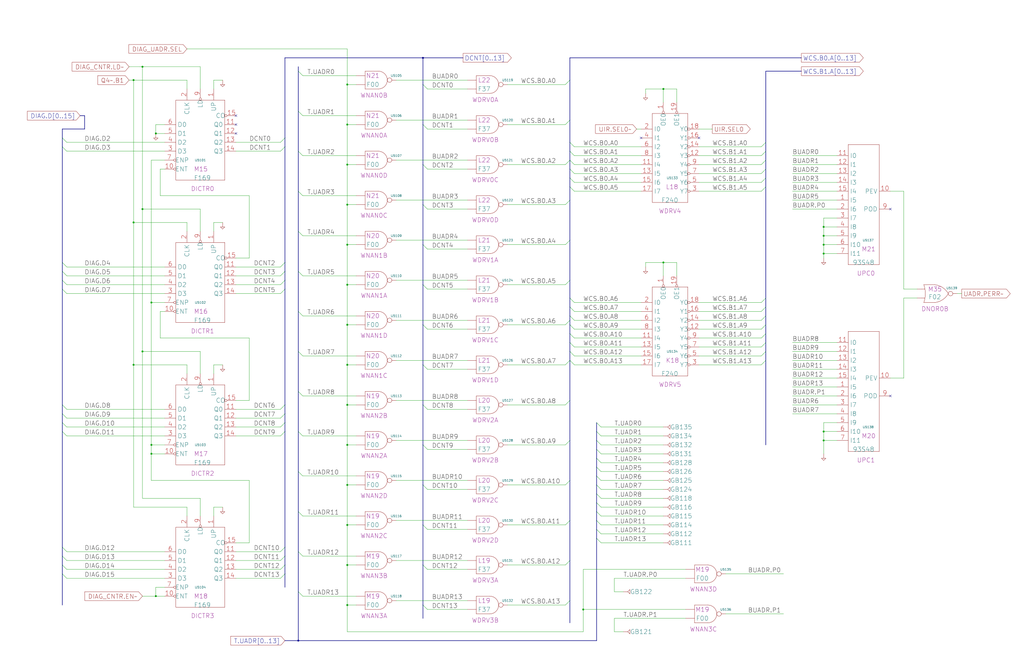
<source format=kicad_sch>
(kicad_sch (version 20230121) (generator eeschema)
  (paper "User" 584.2 378.46)
  (title_block (title "WRITABLE CONTROL STORE\\nWCS ADDRESS GENERATION") (date "15-MAR-90") (rev "1.0") (comment 1 "TYPE") (comment 2 "232-003062") (comment 3 "S400") (comment 4 "RELEASED"))
  (junction (at 469.9 144.78))
  (junction (at 469.9 129.54))
  (junction (at 198.12 322.58))
  (junction (at 198.12 116.84))
  (junction (at 198.12 345.44))
  (junction (at 170.18 365.76))
  (junction (at 469.9 246.38))
  (junction (at 198.12 93.98))
  (junction (at 469.9 251.46))
  (junction (at 88.9 76.2))
  (junction (at 241.3 33.02))
  (junction (at 198.12 208.28))
  (junction (at 198.12 254))
  (junction (at 198.12 139.7))
  (junction (at 198.12 299.72))
  (junction (at 378.46 50.8))
  (junction (at 76.2 127))
  (junction (at 198.12 276.86))
  (junction (at 378.46 149.86))
  (junction (at 86.36 172.72))
  (junction (at 81.28 38.1))
  (junction (at 81.28 119.38))
  (junction (at 198.12 185.42))
  (junction (at 88.9 340.36))
  (junction (at 76.2 208.28))
  (junction (at 198.12 71.12))
  (junction (at 81.28 200.66))
  (junction (at 86.36 254))
  (junction (at 198.12 162.56))
  (junction (at 86.36 259.08))
  (junction (at 332.74 347.98))
  (junction (at 76.2 45.72))
  (junction (at 198.12 48.26))
  (junction (at 469.9 139.7))
  (junction (at 198.12 231.14))
  (junction (at 469.9 134.62))
  (no_connect (at 134.62 66.04))
  (no_connect (at 134.62 76.2))
  (no_connect (at 508 119.38))
  (no_connect (at 398.78 78.74))
  (no_connect (at 508 226.06))
  (no_connect (at 134.62 71.12))
  (no_connect (at 365.76 78.74))
  (bus_entry (at 35.56 312.42) (size 2.54 2.54))
  (bus_entry (at 162.56 327.66) (size -2.54 2.54))
  (bus_entry (at 340.36 287.02) (size 2.54 2.54))
  (bus_entry (at 35.56 231.14) (size 2.54 2.54))
  (bus_entry (at 241.3 48.26) (size 2.54 2.54))
  (bus_entry (at 325.12 200.66) (size 2.54 2.54))
  (bus_entry (at 35.56 165.1) (size 2.54 2.54))
  (bus_entry (at 241.3 208.28) (size 2.54 2.54))
  (bus_entry (at 241.3 322.58) (size 2.54 2.54))
  (bus_entry (at 241.3 185.42) (size 2.54 2.54))
  (bus_entry (at 241.3 299.72) (size 2.54 2.54))
  (bus_entry (at 340.36 292.1) (size 2.54 2.54))
  (bus_entry (at 170.18 337.82) (size 2.54 2.54))
  (bus_entry (at 325.12 91.44) (size 2.54 2.54))
  (bus_entry (at 436.88 86.36) (size -2.54 2.54))
  (bus_entry (at 170.18 177.8) (size 2.54 2.54))
  (bus_entry (at 35.56 246.38) (size 2.54 2.54))
  (bus_entry (at 35.56 154.94) (size 2.54 2.54))
  (bus_entry (at 241.3 276.86) (size 2.54 2.54))
  (bus_entry (at 340.36 266.7) (size 2.54 2.54))
  (bus_entry (at 241.3 93.98) (size 2.54 2.54))
  (bus_entry (at 325.12 228.6) (size -2.54 2.54))
  (bus_entry (at 162.56 236.22) (size -2.54 2.54))
  (bus_entry (at 35.56 160.02) (size 2.54 2.54))
  (bus_entry (at 436.88 96.52) (size -2.54 2.54))
  (bus_entry (at 162.56 78.74) (size -2.54 2.54))
  (bus_entry (at 241.3 345.44) (size 2.54 2.54))
  (bus_entry (at 170.18 132.08) (size 2.54 2.54))
  (bus_entry (at 436.88 185.42) (size -2.54 2.54))
  (bus_entry (at 325.12 251.46) (size -2.54 2.54))
  (bus_entry (at 162.56 231.14) (size -2.54 2.54))
  (bus_entry (at 162.56 241.3) (size -2.54 2.54))
  (bus_entry (at 325.12 114.3) (size -2.54 2.54))
  (bus_entry (at 436.88 195.58) (size -2.54 2.54))
  (bus_entry (at 436.88 91.44) (size -2.54 2.54))
  (bus_entry (at 162.56 312.42) (size -2.54 2.54))
  (bus_entry (at 325.12 320.04) (size -2.54 2.54))
  (bus_entry (at 170.18 269.24) (size 2.54 2.54))
  (bus_entry (at 436.88 180.34) (size -2.54 2.54))
  (bus_entry (at 325.12 205.74) (size -2.54 2.54))
  (bus_entry (at 436.88 81.28) (size -2.54 2.54))
  (bus_entry (at 340.36 251.46) (size 2.54 2.54))
  (bus_entry (at 325.12 101.6) (size 2.54 2.54))
  (bus_entry (at 170.18 154.94) (size 2.54 2.54))
  (bus_entry (at 436.88 205.74) (size -2.54 2.54))
  (bus_entry (at 162.56 160.02) (size -2.54 2.54))
  (bus_entry (at 436.88 190.5) (size -2.54 2.54))
  (bus_entry (at 325.12 205.74) (size 2.54 2.54))
  (bus_entry (at 325.12 180.34) (size 2.54 2.54))
  (bus_entry (at 436.88 106.68) (size -2.54 2.54))
  (bus_entry (at 35.56 236.22) (size 2.54 2.54))
  (bus_entry (at 325.12 175.26) (size 2.54 2.54))
  (bus_entry (at 35.56 317.5) (size 2.54 2.54))
  (bus_entry (at 162.56 149.86) (size -2.54 2.54))
  (bus_entry (at 170.18 63.5) (size 2.54 2.54))
  (bus_entry (at 340.36 297.18) (size 2.54 2.54))
  (bus_entry (at 35.56 149.86) (size 2.54 2.54))
  (bus_entry (at 162.56 165.1) (size -2.54 2.54))
  (bus_entry (at 325.12 81.28) (size 2.54 2.54))
  (bus_entry (at 241.3 139.7) (size 2.54 2.54))
  (bus_entry (at 35.56 83.82) (size 2.54 2.54))
  (bus_entry (at 340.36 256.54) (size 2.54 2.54))
  (bus_entry (at 436.88 101.6) (size -2.54 2.54))
  (bus_entry (at 340.36 271.78) (size 2.54 2.54))
  (bus_entry (at 170.18 86.36) (size 2.54 2.54))
  (bus_entry (at 241.3 71.12) (size 2.54 2.54))
  (bus_entry (at 325.12 185.42) (size 2.54 2.54))
  (bus_entry (at 325.12 160.02) (size -2.54 2.54))
  (bus_entry (at 162.56 317.5) (size -2.54 2.54))
  (bus_entry (at 241.3 231.14) (size 2.54 2.54))
  (bus_entry (at 325.12 342.9) (size -2.54 2.54))
  (bus_entry (at 170.18 109.22) (size 2.54 2.54))
  (bus_entry (at 325.12 96.52) (size 2.54 2.54))
  (bus_entry (at 340.36 307.34) (size 2.54 2.54))
  (bus_entry (at 325.12 297.18) (size -2.54 2.54))
  (bus_entry (at 35.56 327.66) (size 2.54 2.54))
  (bus_entry (at 241.3 254) (size 2.54 2.54))
  (bus_entry (at 325.12 137.16) (size -2.54 2.54))
  (bus_entry (at 35.56 241.3) (size 2.54 2.54))
  (bus_entry (at 325.12 106.68) (size 2.54 2.54))
  (bus_entry (at 325.12 190.5) (size 2.54 2.54))
  (bus_entry (at 436.88 200.66) (size -2.54 2.54))
  (bus_entry (at 340.36 302.26) (size 2.54 2.54))
  (bus_entry (at 162.56 246.38) (size -2.54 2.54))
  (bus_entry (at 325.12 182.88) (size -2.54 2.54))
  (bus_entry (at 340.36 261.62) (size 2.54 2.54))
  (bus_entry (at 162.56 322.58) (size -2.54 2.54))
  (bus_entry (at 325.12 45.72) (size -2.54 2.54))
  (bus_entry (at 241.3 116.84) (size 2.54 2.54))
  (bus_entry (at 162.56 154.94) (size -2.54 2.54))
  (bus_entry (at 170.18 223.52) (size 2.54 2.54))
  (bus_entry (at 340.36 281.94) (size 2.54 2.54))
  (bus_entry (at 325.12 274.32) (size -2.54 2.54))
  (bus_entry (at 436.88 175.26) (size -2.54 2.54))
  (bus_entry (at 170.18 200.66) (size 2.54 2.54))
  (bus_entry (at 35.56 322.58) (size 2.54 2.54))
  (bus_entry (at 325.12 86.36) (size 2.54 2.54))
  (bus_entry (at 162.56 83.82) (size -2.54 2.54))
  (bus_entry (at 325.12 195.58) (size 2.54 2.54))
  (bus_entry (at 340.36 246.38) (size 2.54 2.54))
  (bus_entry (at 325.12 68.58) (size -2.54 2.54))
  (bus_entry (at 170.18 40.64) (size 2.54 2.54))
  (bus_entry (at 340.36 276.86) (size 2.54 2.54))
  (bus_entry (at 325.12 91.44) (size -2.54 2.54))
  (bus_entry (at 436.88 170.18) (size -2.54 2.54))
  (bus_entry (at 170.18 314.96) (size 2.54 2.54))
  (bus_entry (at 170.18 246.38) (size 2.54 2.54))
  (bus_entry (at 241.3 162.56) (size 2.54 2.54))
  (bus_entry (at 35.56 78.74) (size 2.54 2.54))
  (bus_entry (at 325.12 170.18) (size 2.54 2.54))
  (bus_entry (at 170.18 292.1) (size 2.54 2.54))
  (bus_entry (at 340.36 241.3) (size 2.54 2.54))
  (wire (pts (xy 350.52 360.68) (xy 355.6 360.68)))
  (bus (pts (xy 325.12 205.74) (xy 325.12 228.6)))
  (wire (pts (xy 289.56 231.14) (xy 322.58 231.14)))
  (wire (pts (xy 378.46 50.8) (xy 378.46 58.42)))
  (wire (pts (xy 226.06 342.9) (xy 266.7 342.9)))
  (wire (pts (xy 91.44 193.04) (xy 91.44 177.8)))
  (wire (pts (xy 38.1 157.48) (xy 93.98 157.48)))
  (bus (pts (xy 162.56 312.42) (xy 162.56 317.5)))
  (bus (pts (xy 162.56 160.02) (xy 162.56 165.1)))
  (bus (pts (xy 170.18 154.94) (xy 170.18 177.8)))
  (wire (pts (xy 452.12 236.22) (xy 477.52 236.22)))
  (wire (pts (xy 114.3 294.64) (xy 114.3 284.48)))
  (wire (pts (xy 134.62 320.04) (xy 160.02 320.04)))
  (wire (pts (xy 515.62 109.22) (xy 515.62 165.1)))
  (wire (pts (xy 398.78 187.96) (xy 434.34 187.96)))
  (wire (pts (xy 386.08 50.8) (xy 378.46 50.8)))
  (bus (pts (xy 325.12 96.52) (xy 325.12 101.6)))
  (wire (pts (xy 327.66 109.22) (xy 365.76 109.22)))
  (wire (pts (xy 226.06 182.88) (xy 266.7 182.88)))
  (bus (pts (xy 170.18 246.38) (xy 170.18 269.24)))
  (wire (pts (xy 38.1 320.04) (xy 93.98 320.04)))
  (bus (pts (xy 241.3 345.44) (xy 241.3 353.06)))
  (bus (pts (xy 241.3 185.42) (xy 241.3 208.28)))
  (wire (pts (xy 134.62 325.12) (xy 160.02 325.12)))
  (bus (pts (xy 35.56 154.94) (xy 35.56 160.02)))
  (bus (pts (xy 436.88 180.34) (xy 436.88 185.42)))
  (bus (pts (xy 241.3 231.14) (xy 241.3 254)))
  (bus (pts (xy 436.88 185.42) (xy 436.88 190.5)))
  (wire (pts (xy 398.78 104.14) (xy 434.34 104.14)))
  (wire (pts (xy 73.66 38.1) (xy 81.28 38.1)))
  (wire (pts (xy 134.62 157.48) (xy 160.02 157.48)))
  (wire (pts (xy 452.12 215.9) (xy 477.52 215.9)))
  (wire (pts (xy 38.1 238.76) (xy 93.98 238.76)))
  (wire (pts (xy 121.92 127) (xy 127 127)))
  (wire (pts (xy 114.3 132.08) (xy 114.3 119.38)))
  (wire (pts (xy 342.9 299.72) (xy 378.46 299.72)))
  (wire (pts (xy 76.2 127) (xy 106.68 127)))
  (bus (pts (xy 436.88 175.26) (xy 436.88 180.34)))
  (wire (pts (xy 134.62 243.84) (xy 160.02 243.84)))
  (wire (pts (xy 198.12 116.84) (xy 198.12 139.7)))
  (wire (pts (xy 106.68 27.94) (xy 198.12 27.94)))
  (wire (pts (xy 38.1 162.56) (xy 93.98 162.56)))
  (wire (pts (xy 386.08 58.42) (xy 386.08 50.8)))
  (bus (pts (xy 162.56 33.02) (xy 241.3 33.02)))
  (bus (pts (xy 35.56 165.1) (xy 35.56 231.14)))
  (wire (pts (xy 226.06 91.44) (xy 266.7 91.44)))
  (wire (pts (xy 378.46 149.86) (xy 378.46 157.48)))
  (wire (pts (xy 198.12 139.7) (xy 198.12 162.56)))
  (bus (pts (xy 340.36 297.18) (xy 340.36 302.26)))
  (wire (pts (xy 342.9 269.24) (xy 378.46 269.24)))
  (bus (pts (xy 325.12 228.6) (xy 325.12 251.46)))
  (bus (pts (xy 340.36 241.3) (xy 340.36 246.38)))
  (wire (pts (xy 243.84 165.1) (xy 266.7 165.1)))
  (wire (pts (xy 386.08 149.86) (xy 378.46 149.86)))
  (wire (pts (xy 134.62 248.92) (xy 160.02 248.92)))
  (wire (pts (xy 469.9 144.78) (xy 477.52 144.78)))
  (bus (pts (xy 325.12 190.5) (xy 325.12 195.58)))
  (bus (pts (xy 340.36 276.86) (xy 340.36 281.94)))
  (wire (pts (xy 342.9 279.4) (xy 378.46 279.4)))
  (wire (pts (xy 398.78 172.72) (xy 434.34 172.72)))
  (wire (pts (xy 546.1 167.64) (xy 548.64 167.64)))
  (wire (pts (xy 198.12 322.58) (xy 198.12 345.44)))
  (bus (pts (xy 35.56 73.66) (xy 35.56 78.74)))
  (wire (pts (xy 398.78 93.98) (xy 434.34 93.98)))
  (bus (pts (xy 162.56 149.86) (xy 162.56 154.94)))
  (wire (pts (xy 332.74 325.12) (xy 391.16 325.12)))
  (bus (pts (xy 170.18 223.52) (xy 170.18 246.38)))
  (wire (pts (xy 81.28 340.36) (xy 88.9 340.36)))
  (wire (pts (xy 477.52 241.3) (xy 469.9 241.3)))
  (wire (pts (xy 226.06 228.6) (xy 266.7 228.6)))
  (wire (pts (xy 91.44 177.8) (xy 93.98 177.8)))
  (wire (pts (xy 86.36 91.44) (xy 86.36 172.72)))
  (wire (pts (xy 76.2 45.72) (xy 106.68 45.72)))
  (wire (pts (xy 198.12 185.42) (xy 203.2 185.42)))
  (wire (pts (xy 198.12 48.26) (xy 203.2 48.26)))
  (wire (pts (xy 38.1 86.36) (xy 93.98 86.36)))
  (wire (pts (xy 327.66 83.82) (xy 365.76 83.82)))
  (wire (pts (xy 81.28 284.48) (xy 114.3 284.48)))
  (wire (pts (xy 142.24 274.32) (xy 86.36 274.32)))
  (bus (pts (xy 325.12 68.58) (xy 325.12 81.28)))
  (wire (pts (xy 243.84 50.8) (xy 266.7 50.8)))
  (wire (pts (xy 38.1 325.12) (xy 93.98 325.12)))
  (bus (pts (xy 340.36 287.02) (xy 340.36 292.1)))
  (wire (pts (xy 469.9 129.54) (xy 469.9 134.62)))
  (bus (pts (xy 170.18 109.22) (xy 170.18 132.08)))
  (bus (pts (xy 241.3 162.56) (xy 241.3 185.42)))
  (wire (pts (xy 342.9 309.88) (xy 378.46 309.88)))
  (wire (pts (xy 243.84 279.4) (xy 266.7 279.4)))
  (wire (pts (xy 198.12 185.42) (xy 198.12 208.28)))
  (wire (pts (xy 398.78 193.04) (xy 434.34 193.04)))
  (wire (pts (xy 226.06 160.02) (xy 266.7 160.02)))
  (bus (pts (xy 340.36 266.7) (xy 340.36 271.78)))
  (wire (pts (xy 342.9 259.08) (xy 378.46 259.08)))
  (bus (pts (xy 162.56 236.22) (xy 162.56 241.3)))
  (wire (pts (xy 81.28 119.38) (xy 81.28 200.66)))
  (bus (pts (xy 35.56 231.14) (xy 35.56 236.22)))
  (wire (pts (xy 81.28 38.1) (xy 81.28 119.38)))
  (wire (pts (xy 469.9 129.54) (xy 477.52 129.54)))
  (wire (pts (xy 391.16 330.2) (xy 350.52 330.2)))
  (wire (pts (xy 327.66 187.96) (xy 365.76 187.96)))
  (wire (pts (xy 378.46 50.8) (xy 368.3 50.8)))
  (wire (pts (xy 38.1 152.4) (xy 93.98 152.4)))
  (bus (pts (xy 35.56 149.86) (xy 35.56 154.94)))
  (wire (pts (xy 452.12 93.98) (xy 477.52 93.98)))
  (bus (pts (xy 162.56 327.66) (xy 162.56 335.28)))
  (wire (pts (xy 198.12 254) (xy 198.12 276.86)))
  (wire (pts (xy 226.06 251.46) (xy 266.7 251.46)))
  (bus (pts (xy 340.36 256.54) (xy 340.36 261.62)))
  (wire (pts (xy 452.12 220.98) (xy 477.52 220.98)))
  (wire (pts (xy 226.06 68.58) (xy 266.7 68.58)))
  (wire (pts (xy 342.9 284.48) (xy 378.46 284.48)))
  (wire (pts (xy 86.36 91.44) (xy 93.98 91.44)))
  (wire (pts (xy 121.92 289.56) (xy 127 289.56)))
  (wire (pts (xy 106.68 50.8) (xy 106.68 45.72)))
  (wire (pts (xy 398.78 73.66) (xy 406.4 73.66)))
  (bus (pts (xy 35.56 246.38) (xy 35.56 312.42)))
  (wire (pts (xy 226.06 297.18) (xy 266.7 297.18)))
  (wire (pts (xy 469.9 139.7) (xy 477.52 139.7)))
  (bus (pts (xy 170.18 337.82) (xy 170.18 365.76)))
  (wire (pts (xy 398.78 109.22) (xy 434.34 109.22)))
  (wire (pts (xy 38.1 314.96) (xy 93.98 314.96)))
  (bus (pts (xy 436.88 200.66) (xy 436.88 205.74)))
  (wire (pts (xy 172.72 294.64) (xy 203.2 294.64)))
  (wire (pts (xy 134.62 314.96) (xy 160.02 314.96)))
  (bus (pts (xy 436.88 195.58) (xy 436.88 200.66)))
  (wire (pts (xy 81.28 200.66) (xy 114.3 200.66)))
  (wire (pts (xy 198.12 276.86) (xy 198.12 299.72)))
  (wire (pts (xy 198.12 254) (xy 203.2 254)))
  (wire (pts (xy 469.9 139.7) (xy 469.9 144.78)))
  (wire (pts (xy 342.9 274.32) (xy 378.46 274.32)))
  (wire (pts (xy 289.56 322.58) (xy 322.58 322.58)))
  (bus (pts (xy 325.12 45.72) (xy 325.12 68.58)))
  (wire (pts (xy 226.06 114.3) (xy 266.7 114.3)))
  (wire (pts (xy 414.02 327.66) (xy 447.04 327.66)))
  (wire (pts (xy 172.72 134.62) (xy 203.2 134.62)))
  (wire (pts (xy 469.9 246.38) (xy 477.52 246.38)))
  (wire (pts (xy 391.16 353.06) (xy 350.52 353.06)))
  (wire (pts (xy 198.12 116.84) (xy 203.2 116.84)))
  (bus (pts (xy 340.36 307.34) (xy 340.36 365.76)))
  (wire (pts (xy 289.56 185.42) (xy 322.58 185.42)))
  (bus (pts (xy 170.18 177.8) (xy 170.18 200.66)))
  (wire (pts (xy 172.72 180.34) (xy 203.2 180.34)))
  (wire (pts (xy 76.2 208.28) (xy 76.2 289.56)))
  (wire (pts (xy 172.72 88.9) (xy 203.2 88.9)))
  (bus (pts (xy 162.56 83.82) (xy 162.56 149.86)))
  (wire (pts (xy 332.74 347.98) (xy 332.74 360.68)))
  (wire (pts (xy 226.06 205.74) (xy 266.7 205.74)))
  (wire (pts (xy 198.12 48.26) (xy 198.12 71.12)))
  (wire (pts (xy 226.06 274.32) (xy 266.7 274.32)))
  (wire (pts (xy 142.24 228.6) (xy 142.24 193.04)))
  (wire (pts (xy 134.62 309.88) (xy 142.24 309.88)))
  (wire (pts (xy 198.12 139.7) (xy 203.2 139.7)))
  (wire (pts (xy 81.28 119.38) (xy 114.3 119.38)))
  (wire (pts (xy 452.12 200.66) (xy 477.52 200.66)))
  (wire (pts (xy 342.9 304.8) (xy 378.46 304.8)))
  (bus (pts (xy 35.56 317.5) (xy 35.56 322.58)))
  (wire (pts (xy 86.36 274.32) (xy 86.36 259.08)))
  (wire (pts (xy 38.1 167.64) (xy 93.98 167.64)))
  (wire (pts (xy 508 109.22) (xy 515.62 109.22)))
  (bus (pts (xy 325.12 251.46) (xy 325.12 274.32)))
  (wire (pts (xy 88.9 335.28) (xy 93.98 335.28)))
  (bus (pts (xy 35.56 160.02) (xy 35.56 165.1)))
  (wire (pts (xy 172.72 66.04) (xy 203.2 66.04)))
  (wire (pts (xy 508 215.9) (xy 515.62 215.9)))
  (wire (pts (xy 342.9 264.16) (xy 378.46 264.16)))
  (wire (pts (xy 198.12 360.68) (xy 332.74 360.68)))
  (wire (pts (xy 172.72 317.5) (xy 203.2 317.5)))
  (bus (pts (xy 436.88 205.74) (xy 436.88 254)))
  (bus (pts (xy 241.3 93.98) (xy 241.3 116.84)))
  (wire (pts (xy 134.62 167.64) (xy 160.02 167.64)))
  (wire (pts (xy 327.66 99.06) (xy 365.76 99.06)))
  (wire (pts (xy 398.78 88.9) (xy 434.34 88.9)))
  (bus (pts (xy 436.88 81.28) (xy 436.88 86.36)))
  (wire (pts (xy 327.66 93.98) (xy 365.76 93.98)))
  (wire (pts (xy 398.78 203.2) (xy 434.34 203.2)))
  (wire (pts (xy 363.22 73.66) (xy 365.76 73.66)))
  (wire (pts (xy 469.9 251.46) (xy 469.9 259.08)))
  (wire (pts (xy 106.68 213.36) (xy 106.68 208.28)))
  (wire (pts (xy 134.62 330.2) (xy 160.02 330.2)))
  (wire (pts (xy 452.12 114.3) (xy 477.52 114.3)))
  (wire (pts (xy 398.78 182.88) (xy 434.34 182.88)))
  (wire (pts (xy 142.24 147.32) (xy 142.24 111.76)))
  (bus (pts (xy 325.12 91.44) (xy 325.12 96.52)))
  (bus (pts (xy 35.56 236.22) (xy 35.56 241.3)))
  (wire (pts (xy 327.66 88.9) (xy 365.76 88.9)))
  (wire (pts (xy 289.56 345.44) (xy 322.58 345.44)))
  (wire (pts (xy 398.78 198.12) (xy 434.34 198.12)))
  (bus (pts (xy 162.56 154.94) (xy 162.56 160.02)))
  (bus (pts (xy 325.12 274.32) (xy 325.12 297.18)))
  (wire (pts (xy 243.84 302.26) (xy 266.7 302.26)))
  (wire (pts (xy 198.12 71.12) (xy 198.12 93.98)))
  (wire (pts (xy 91.44 111.76) (xy 91.44 96.52)))
  (bus (pts (xy 325.12 175.26) (xy 325.12 180.34)))
  (wire (pts (xy 243.84 233.68) (xy 266.7 233.68)))
  (wire (pts (xy 327.66 177.8) (xy 365.76 177.8)))
  (wire (pts (xy 243.84 325.12) (xy 266.7 325.12)))
  (wire (pts (xy 289.56 48.26) (xy 322.58 48.26)))
  (bus (pts (xy 325.12 195.58) (xy 325.12 200.66)))
  (wire (pts (xy 327.66 182.88) (xy 365.76 182.88)))
  (wire (pts (xy 469.9 124.46) (xy 469.9 129.54)))
  (wire (pts (xy 86.36 172.72) (xy 93.98 172.72)))
  (wire (pts (xy 198.12 299.72) (xy 198.12 322.58)))
  (wire (pts (xy 368.3 149.86) (xy 368.3 152.4)))
  (wire (pts (xy 327.66 203.2) (xy 365.76 203.2)))
  (bus (pts (xy 241.3 33.02) (xy 241.3 48.26)))
  (wire (pts (xy 88.9 76.2) (xy 93.98 76.2)))
  (bus (pts (xy 436.88 40.64) (xy 436.88 81.28)))
  (bus (pts (xy 241.3 276.86) (xy 241.3 299.72)))
  (wire (pts (xy 38.1 330.2) (xy 93.98 330.2)))
  (bus (pts (xy 340.36 292.1) (xy 340.36 297.18)))
  (bus (pts (xy 170.18 38.1) (xy 170.18 40.64)))
  (wire (pts (xy 342.9 289.56) (xy 378.46 289.56)))
  (bus (pts (xy 436.88 101.6) (xy 436.88 106.68)))
  (wire (pts (xy 86.36 254) (xy 86.36 259.08)))
  (bus (pts (xy 162.56 365.76) (xy 170.18 365.76)))
  (wire (pts (xy 198.12 208.28) (xy 198.12 231.14)))
  (bus (pts (xy 436.88 40.64) (xy 457.2 40.64)))
  (bus (pts (xy 45.72 66.04) (xy 48.26 66.04)))
  (wire (pts (xy 198.12 71.12) (xy 203.2 71.12)))
  (wire (pts (xy 289.56 162.56) (xy 322.58 162.56)))
  (bus (pts (xy 340.36 302.26) (xy 340.36 307.34)))
  (wire (pts (xy 38.1 233.68) (xy 93.98 233.68)))
  (wire (pts (xy 226.06 45.72) (xy 266.7 45.72)))
  (bus (pts (xy 35.56 327.66) (xy 35.56 345.44)))
  (bus (pts (xy 241.3 322.58) (xy 241.3 345.44)))
  (wire (pts (xy 76.2 208.28) (xy 106.68 208.28)))
  (bus (pts (xy 325.12 160.02) (xy 325.12 170.18)))
  (wire (pts (xy 452.12 210.82) (xy 477.52 210.82)))
  (wire (pts (xy 243.84 187.96) (xy 266.7 187.96)))
  (wire (pts (xy 134.62 81.28) (xy 160.02 81.28)))
  (wire (pts (xy 106.68 132.08) (xy 106.68 127)))
  (wire (pts (xy 38.1 243.84) (xy 93.98 243.84)))
  (bus (pts (xy 325.12 180.34) (xy 325.12 182.88)))
  (wire (pts (xy 172.72 111.76) (xy 203.2 111.76)))
  (bus (pts (xy 170.18 292.1) (xy 170.18 314.96)))
  (bus (pts (xy 48.26 73.66) (xy 35.56 73.66)))
  (wire (pts (xy 91.44 96.52) (xy 93.98 96.52)))
  (bus (pts (xy 325.12 33.02) (xy 457.2 33.02)))
  (wire (pts (xy 134.62 162.56) (xy 160.02 162.56)))
  (wire (pts (xy 327.66 198.12) (xy 365.76 198.12)))
  (wire (pts (xy 414.02 350.52) (xy 447.04 350.52)))
  (bus (pts (xy 241.3 116.84) (xy 241.3 139.7)))
  (bus (pts (xy 162.56 322.58) (xy 162.56 327.66)))
  (wire (pts (xy 378.46 149.86) (xy 368.3 149.86)))
  (bus (pts (xy 436.88 96.52) (xy 436.88 101.6)))
  (wire (pts (xy 327.66 208.28) (xy 365.76 208.28)))
  (wire (pts (xy 198.12 93.98) (xy 198.12 116.84)))
  (wire (pts (xy 198.12 27.94) (xy 198.12 48.26)))
  (wire (pts (xy 398.78 177.8) (xy 434.34 177.8)))
  (bus (pts (xy 325.12 342.9) (xy 325.12 355.6)))
  (wire (pts (xy 88.9 76.2) (xy 88.9 71.12)))
  (wire (pts (xy 515.62 165.1) (xy 523.24 165.1)))
  (bus (pts (xy 162.56 317.5) (xy 162.56 322.58)))
  (wire (pts (xy 198.12 162.56) (xy 203.2 162.56)))
  (wire (pts (xy 121.92 213.36) (xy 121.92 208.28)))
  (bus (pts (xy 35.56 83.82) (xy 35.56 149.86)))
  (bus (pts (xy 170.18 40.64) (xy 170.18 63.5)))
  (wire (pts (xy 121.92 132.08) (xy 121.92 127)))
  (wire (pts (xy 469.9 144.78) (xy 469.9 147.32)))
  (wire (pts (xy 289.56 208.28) (xy 322.58 208.28)))
  (wire (pts (xy 38.1 81.28) (xy 93.98 81.28)))
  (wire (pts (xy 114.3 50.8) (xy 114.3 38.1)))
  (wire (pts (xy 243.84 210.82) (xy 266.7 210.82)))
  (bus (pts (xy 325.12 137.16) (xy 325.12 160.02)))
  (bus (pts (xy 325.12 297.18) (xy 325.12 320.04)))
  (wire (pts (xy 289.56 93.98) (xy 322.58 93.98)))
  (wire (pts (xy 350.52 330.2) (xy 350.52 337.82)))
  (wire (pts (xy 243.84 119.38) (xy 266.7 119.38)))
  (bus (pts (xy 436.88 106.68) (xy 436.88 170.18)))
  (wire (pts (xy 81.28 200.66) (xy 81.28 284.48)))
  (bus (pts (xy 241.3 71.12) (xy 241.3 93.98)))
  (wire (pts (xy 198.12 162.56) (xy 198.12 185.42)))
  (wire (pts (xy 86.36 254) (xy 93.98 254)))
  (wire (pts (xy 469.9 134.62) (xy 469.9 139.7)))
  (bus (pts (xy 325.12 86.36) (xy 325.12 91.44)))
  (wire (pts (xy 172.72 248.92) (xy 203.2 248.92)))
  (wire (pts (xy 332.74 347.98) (xy 391.16 347.98)))
  (wire (pts (xy 198.12 322.58) (xy 203.2 322.58)))
  (wire (pts (xy 172.72 157.48) (xy 203.2 157.48)))
  (bus (pts (xy 325.12 81.28) (xy 325.12 86.36)))
  (wire (pts (xy 121.92 45.72) (xy 127 45.72)))
  (wire (pts (xy 134.62 86.36) (xy 160.02 86.36)))
  (wire (pts (xy 243.84 142.24) (xy 266.7 142.24)))
  (wire (pts (xy 38.1 248.92) (xy 93.98 248.92)))
  (bus (pts (xy 340.36 281.94) (xy 340.36 287.02)))
  (wire (pts (xy 142.24 309.88) (xy 142.24 274.32)))
  (bus (pts (xy 170.18 365.76) (xy 340.36 365.76)))
  (wire (pts (xy 142.24 111.76) (xy 91.44 111.76)))
  (wire (pts (xy 515.62 170.18) (xy 523.24 170.18)))
  (bus (pts (xy 35.56 241.3) (xy 35.56 246.38)))
  (wire (pts (xy 88.9 71.12) (xy 93.98 71.12)))
  (bus (pts (xy 340.36 271.78) (xy 340.36 276.86)))
  (wire (pts (xy 226.06 320.04) (xy 266.7 320.04)))
  (wire (pts (xy 452.12 88.9) (xy 477.52 88.9)))
  (wire (pts (xy 342.9 243.84) (xy 378.46 243.84)))
  (wire (pts (xy 469.9 246.38) (xy 469.9 251.46)))
  (bus (pts (xy 325.12 114.3) (xy 325.12 137.16)))
  (bus (pts (xy 325.12 185.42) (xy 325.12 190.5)))
  (bus (pts (xy 325.12 170.18) (xy 325.12 175.26)))
  (wire (pts (xy 76.2 45.72) (xy 76.2 127)))
  (wire (pts (xy 289.56 299.72) (xy 322.58 299.72)))
  (wire (pts (xy 289.56 139.7) (xy 322.58 139.7)))
  (wire (pts (xy 198.12 299.72) (xy 203.2 299.72)))
  (wire (pts (xy 243.84 256.54) (xy 266.7 256.54)))
  (wire (pts (xy 342.9 294.64) (xy 378.46 294.64)))
  (wire (pts (xy 452.12 205.74) (xy 477.52 205.74)))
  (wire (pts (xy 452.12 231.14) (xy 477.52 231.14)))
  (wire (pts (xy 73.66 45.72) (xy 76.2 45.72)))
  (bus (pts (xy 170.18 269.24) (xy 170.18 292.1)))
  (wire (pts (xy 134.62 152.4) (xy 160.02 152.4)))
  (wire (pts (xy 172.72 271.78) (xy 203.2 271.78)))
  (bus (pts (xy 436.88 170.18) (xy 436.88 175.26)))
  (wire (pts (xy 327.66 172.72) (xy 365.76 172.72)))
  (wire (pts (xy 86.36 172.72) (xy 86.36 254)))
  (wire (pts (xy 121.92 208.28) (xy 127 208.28)))
  (wire (pts (xy 172.72 203.2) (xy 203.2 203.2)))
  (wire (pts (xy 350.52 337.82) (xy 355.6 337.82)))
  (wire (pts (xy 327.66 104.14) (xy 365.76 104.14)))
  (wire (pts (xy 469.9 241.3) (xy 469.9 246.38)))
  (bus (pts (xy 325.12 33.02) (xy 325.12 45.72)))
  (bus (pts (xy 241.3 208.28) (xy 241.3 231.14)))
  (wire (pts (xy 134.62 233.68) (xy 160.02 233.68)))
  (wire (pts (xy 289.56 71.12) (xy 322.58 71.12)))
  (wire (pts (xy 106.68 294.64) (xy 106.68 289.56)))
  (wire (pts (xy 477.52 124.46) (xy 469.9 124.46)))
  (bus (pts (xy 170.18 63.5) (xy 170.18 86.36)))
  (bus (pts (xy 162.56 78.74) (xy 162.56 83.82)))
  (wire (pts (xy 515.62 215.9) (xy 515.62 170.18)))
  (wire (pts (xy 452.12 226.06) (xy 477.52 226.06)))
  (wire (pts (xy 198.12 208.28) (xy 203.2 208.28)))
  (wire (pts (xy 134.62 228.6) (xy 142.24 228.6)))
  (wire (pts (xy 76.2 289.56) (xy 106.68 289.56)))
  (wire (pts (xy 469.9 251.46) (xy 477.52 251.46)))
  (bus (pts (xy 325.12 200.66) (xy 325.12 205.74)))
  (wire (pts (xy 289.56 276.86) (xy 322.58 276.86)))
  (bus (pts (xy 325.12 320.04) (xy 325.12 342.9)))
  (bus (pts (xy 325.12 101.6) (xy 325.12 106.68)))
  (wire (pts (xy 198.12 345.44) (xy 203.2 345.44)))
  (wire (pts (xy 327.66 193.04) (xy 365.76 193.04)))
  (wire (pts (xy 368.3 50.8) (xy 368.3 53.34)))
  (wire (pts (xy 172.72 226.06) (xy 203.2 226.06)))
  (bus (pts (xy 436.88 86.36) (xy 436.88 91.44)))
  (bus (pts (xy 162.56 246.38) (xy 162.56 312.42)))
  (bus (pts (xy 325.12 182.88) (xy 325.12 185.42)))
  (wire (pts (xy 198.12 93.98) (xy 203.2 93.98)))
  (bus (pts (xy 162.56 165.1) (xy 162.56 231.14)))
  (bus (pts (xy 48.26 66.04) (xy 48.26 73.66)))
  (bus (pts (xy 241.3 254) (xy 241.3 276.86)))
  (wire (pts (xy 452.12 109.22) (xy 477.52 109.22)))
  (wire (pts (xy 88.9 335.28) (xy 88.9 340.36)))
  (wire (pts (xy 198.12 345.44) (xy 198.12 360.68)))
  (bus (pts (xy 170.18 132.08) (xy 170.18 154.94)))
  (wire (pts (xy 121.92 50.8) (xy 121.92 45.72)))
  (wire (pts (xy 86.36 259.08) (xy 93.98 259.08)))
  (wire (pts (xy 121.92 294.64) (xy 121.92 289.56)))
  (bus (pts (xy 35.56 322.58) (xy 35.56 327.66)))
  (bus (pts (xy 436.88 190.5) (xy 436.88 195.58)))
  (wire (pts (xy 342.9 248.92) (xy 378.46 248.92)))
  (bus (pts (xy 170.18 200.66) (xy 170.18 223.52)))
  (wire (pts (xy 469.9 134.62) (xy 477.52 134.62)))
  (wire (pts (xy 76.2 127) (xy 76.2 208.28)))
  (wire (pts (xy 243.84 73.66) (xy 266.7 73.66)))
  (wire (pts (xy 398.78 208.28) (xy 434.34 208.28)))
  (wire (pts (xy 134.62 238.76) (xy 160.02 238.76)))
  (bus (pts (xy 436.88 91.44) (xy 436.88 96.52)))
  (wire (pts (xy 198.12 231.14) (xy 198.12 254)))
  (bus (pts (xy 170.18 314.96) (xy 170.18 337.82)))
  (wire (pts (xy 172.72 340.36) (xy 203.2 340.36)))
  (wire (pts (xy 198.12 276.86) (xy 203.2 276.86)))
  (wire (pts (xy 342.9 254) (xy 378.46 254)))
  (wire (pts (xy 452.12 195.58) (xy 477.52 195.58)))
  (wire (pts (xy 332.74 325.12) (xy 332.74 347.98)))
  (wire (pts (xy 386.08 157.48) (xy 386.08 149.86)))
  (wire (pts (xy 452.12 99.06) (xy 477.52 99.06)))
  (bus (pts (xy 170.18 86.36) (xy 170.18 109.22)))
  (bus (pts (xy 340.36 246.38) (xy 340.36 251.46)))
  (bus (pts (xy 241.3 33.02) (xy 264.16 33.02)))
  (bus (pts (xy 340.36 261.62) (xy 340.36 266.7)))
  (wire (pts (xy 289.56 254) (xy 322.58 254)))
  (bus (pts (xy 35.56 78.74) (xy 35.56 83.82)))
  (wire (pts (xy 88.9 340.36) (xy 93.98 340.36)))
  (wire (pts (xy 134.62 147.32) (xy 142.24 147.32)))
  (bus (pts (xy 340.36 251.46) (xy 340.36 256.54)))
  (wire (pts (xy 81.28 38.1) (xy 114.3 38.1)))
  (bus (pts (xy 241.3 48.26) (xy 241.3 71.12)))
  (wire (pts (xy 452.12 119.38) (xy 477.52 119.38)))
  (wire (pts (xy 452.12 104.14) (xy 477.52 104.14)))
  (bus (pts (xy 241.3 299.72) (xy 241.3 322.58)))
  (wire (pts (xy 226.06 137.16) (xy 266.7 137.16)))
  (wire (pts (xy 398.78 99.06) (xy 434.34 99.06)))
  (wire (pts (xy 142.24 193.04) (xy 91.44 193.04)))
  (bus (pts (xy 162.56 33.02) (xy 162.56 78.74)))
  (wire (pts (xy 243.84 96.52) (xy 266.7 96.52)))
  (wire (pts (xy 350.52 353.06) (xy 350.52 360.68)))
  (bus (pts (xy 325.12 106.68) (xy 325.12 114.3)))
  (wire (pts (xy 172.72 43.18) (xy 203.2 43.18)))
  (bus (pts (xy 35.56 312.42) (xy 35.56 317.5)))
  (bus (pts (xy 162.56 241.3) (xy 162.56 246.38)))
  (wire (pts (xy 114.3 213.36) (xy 114.3 200.66)))
  (bus (pts (xy 162.56 231.14) (xy 162.56 236.22)))
  (wire (pts (xy 398.78 83.82) (xy 434.34 83.82)))
  (wire (pts (xy 289.56 116.84) (xy 322.58 116.84)))
  (wire (pts (xy 243.84 347.98) (xy 266.7 347.98)))
  (bus (pts (xy 241.3 139.7) (xy 241.3 162.56)))
  (wire (pts (xy 198.12 231.14) (xy 203.2 231.14)))
  (label "WCS.B0.A12" (at 332.74 203.2 0) (effects (font (size 2.54 2.54))))
  (label "BUADR6" (at 246.38 182.88 0) (effects (font (size 2.54 2.54))))
  (label "DIAG.D11" (at 48.26 248.92 0) (effects (font (size 2.54 2.54))))
  (label "BUADR13" (at 246.38 342.9 0) (effects (font (size 2.54 2.54))))
  (label "T.UADR8" (at 350.52 284.48 0) (effects (font (size 2.54 2.54))))
  (label "WCS.B1.A1" (at 406.4 88.9 0) (effects (font (size 2.54 2.54))))
  (label "DCNT10" (at 144.78 314.96 0) (effects (font (size 2.54 2.54))))
  (label "DCNT6" (at 144.78 233.68 0) (effects (font (size 2.54 2.54))))
  (label "BUADR12" (at 246.38 320.04 0) (effects (font (size 2.54 2.54))))
  (label "DIAG.D6" (at 48.26 162.56 0) (effects (font (size 2.54 2.54))))
  (label "WCS.B0.A8" (at 332.74 182.88 0) (effects (font (size 2.54 2.54))))
  (label "T.UADR7" (at 350.52 279.4 0) (effects (font (size 2.54 2.54))))
  (label "WCS.B1.A11" (at 406.4 198.12 0) (effects (font (size 2.54 2.54))))
  (label "T.UADR11" (at 350.52 299.72 0) (effects (font (size 2.54 2.54))))
  (label "WCS.B0.A8" (at 297.18 231.14 0) (effects (font (size 2.54 2.54))))
  (label "T.UADR.P0" (at 355.6 330.2 0) (effects (font (size 2.54 2.54))))
  (label "WCS.B0.A4" (at 332.74 104.14 0) (effects (font (size 2.54 2.54))))
  (label "DCNT1" (at 246.38 73.66 0) (effects (font (size 2.54 2.54))))
  (label "DCNT13" (at 246.38 347.98 0) (effects (font (size 2.54 2.54))))
  (label "BUADR6" (at 452.12 231.14 0) (effects (font (size 2.54 2.54))))
  (label "DCNT7" (at 144.78 238.76 0) (effects (font (size 2.54 2.54))))
  (label "T.UADR9" (at 350.52 289.56 0) (effects (font (size 2.54 2.54))))
  (label "WCS.B1.A12" (at 406.4 203.2 0) (effects (font (size 2.54 2.54))))
  (label "T.UADR12" (at 175.26 317.5 0) (effects (font (size 2.54 2.54))))
  (label "WCS.B1.A0" (at 406.4 83.82 0) (effects (font (size 2.54 2.54))))
  (label "BUADR1" (at 246.38 68.58 0) (effects (font (size 2.54 2.54))))
  (label "BUADR3" (at 452.12 104.14 0) (effects (font (size 2.54 2.54))))
  (label "T.UADR5" (at 175.26 157.48 0) (effects (font (size 2.54 2.54))))
  (label "WCS.B0.A13" (at 297.18 345.44 0) (effects (font (size 2.54 2.54))))
  (label "WCS.B0.A7" (at 297.18 208.28 0) (effects (font (size 2.54 2.54))))
  (label "DCNT9" (at 144.78 248.92 0) (effects (font (size 2.54 2.54))))
  (label "WCS.B0.A7" (at 332.74 177.8 0) (effects (font (size 2.54 2.54))))
  (label "BUADR13" (at 452.12 220.98 0) (effects (font (size 2.54 2.54))))
  (label "BUADR11" (at 246.38 297.18 0) (effects (font (size 2.54 2.54))))
  (label "DCNT12" (at 144.78 325.12 0) (effects (font (size 2.54 2.54))))
  (label "WCS.B1.A3" (at 406.4 99.06 0) (effects (font (size 2.54 2.54))))
  (label "DCNT6" (at 246.38 187.96 0) (effects (font (size 2.54 2.54))))
  (label "DIAG.D2" (at 48.26 81.28 0) (effects (font (size 2.54 2.54))))
  (label "WCS.B1.A6" (at 406.4 172.72 0) (effects (font (size 2.54 2.54))))
  (label "DCNT7" (at 246.38 210.82 0) (effects (font (size 2.54 2.54))))
  (label "WCS.B0.A5" (at 332.74 109.22 0) (effects (font (size 2.54 2.54))))
  (label "WCS.B0.A1" (at 332.74 88.9 0) (effects (font (size 2.54 2.54))))
  (label "T.UADR0" (at 175.26 43.18 0) (effects (font (size 2.54 2.54))))
  (label "WCS.B0.A2" (at 297.18 93.98 0) (effects (font (size 2.54 2.54))))
  (label "T.UADR9" (at 175.26 248.92 0) (effects (font (size 2.54 2.54))))
  (label "BUADR2" (at 452.12 99.06 0) (effects (font (size 2.54 2.54))))
  (label "BUADR4" (at 246.38 137.16 0) (effects (font (size 2.54 2.54))))
  (label "BUADR7" (at 452.12 236.22 0) (effects (font (size 2.54 2.54))))
  (label "BUADR.P1" (at 452.12 226.06 0) (effects (font (size 2.54 2.54))))
  (label "BUADR0" (at 452.12 88.9 0) (effects (font (size 2.54 2.54))))
  (label "T.UADR6" (at 175.26 180.34 0) (effects (font (size 2.54 2.54))))
  (label "DCNT9" (at 246.38 256.54 0) (effects (font (size 2.54 2.54))))
  (label "DCNT11" (at 246.38 302.26 0) (effects (font (size 2.54 2.54))))
  (label "DIAG.D4" (at 48.26 152.4 0) (effects (font (size 2.54 2.54))))
  (label "T.UADR8" (at 175.26 226.06 0) (effects (font (size 2.54 2.54))))
  (label "WCS.B1.A10" (at 406.4 193.04 0) (effects (font (size 2.54 2.54))))
  (label "DCNT2" (at 144.78 152.4 0) (effects (font (size 2.54 2.54))))
  (label "BUADR4" (at 452.12 109.22 0) (effects (font (size 2.54 2.54))))
  (label "BUADR3" (at 246.38 114.3 0) (effects (font (size 2.54 2.54))))
  (label "DIAG.D14" (at 48.26 325.12 0) (effects (font (size 2.54 2.54))))
  (label "BUADR11" (at 452.12 210.82 0) (effects (font (size 2.54 2.54))))
  (label "WCS.B0.A4" (at 297.18 139.7 0) (effects (font (size 2.54 2.54))))
  (label "BUADR.P0" (at 426.72 327.66 0) (effects (font (size 2.54 2.54))))
  (label "WCS.B1.A13" (at 406.4 208.28 0) (effects (font (size 2.54 2.54))))
  (label "BUADR.P1" (at 426.72 350.52 0) (effects (font (size 2.54 2.54))))
  (label "DCNT11" (at 144.78 320.04 0) (effects (font (size 2.54 2.54))))
  (label "WCS.B1.A5" (at 406.4 109.22 0) (effects (font (size 2.54 2.54))))
  (label "DCNT4" (at 144.78 162.56 0) (effects (font (size 2.54 2.54))))
  (label "WCS.B1.A2" (at 406.4 93.98 0) (effects (font (size 2.54 2.54))))
  (label "WCS.B0.A6" (at 297.18 185.42 0) (effects (font (size 2.54 2.54))))
  (label "DCNT4" (at 246.38 142.24 0) (effects (font (size 2.54 2.54))))
  (label "WCS.B0.A5" (at 297.18 162.56 0) (effects (font (size 2.54 2.54))))
  (label "DCNT1" (at 142.24 86.36 0) (effects (font (size 2.54 2.54))))
  (label "WCS.B0.A0" (at 297.18 48.26 0) (effects (font (size 2.54 2.54))))
  (label "WCS.B0.A13" (at 332.74 208.28 0) (effects (font (size 2.54 2.54))))
  (label "WCS.B0.A9" (at 297.18 254 0) (effects (font (size 2.54 2.54))))
  (label "WCS.B1.A8" (at 406.4 182.88 0) (effects (font (size 2.54 2.54))))
  (label "BUADR5" (at 452.12 114.3 0) (effects (font (size 2.54 2.54))))
  (label "T.UADR3" (at 350.52 259.08 0) (effects (font (size 2.54 2.54))))
  (label "DCNT3" (at 246.38 119.38 0) (effects (font (size 2.54 2.54))))
  (label "BUADR10" (at 246.38 274.32 0) (effects (font (size 2.54 2.54))))
  (label "WCS.B0.A12" (at 297.18 322.58 0) (effects (font (size 2.54 2.54))))
  (label "BUADR8" (at 246.38 228.6 0) (effects (font (size 2.54 2.54))))
  (label "T.UADR10" (at 175.26 271.78 0) (effects (font (size 2.54 2.54))))
  (label "DIAG.D5" (at 48.26 157.48 0) (effects (font (size 2.54 2.54))))
  (label "T.UADR1" (at 175.26 66.04 0) (effects (font (size 2.54 2.54))))
  (label "T.UADR11" (at 175.26 294.64 0) (effects (font (size 2.54 2.54))))
  (label "DCNT3" (at 144.78 157.48 0) (effects (font (size 2.54 2.54))))
  (label "BUADR.P0" (at 452.12 119.38 0) (effects (font (size 2.54 2.54))))
  (label "DCNT8" (at 246.38 233.68 0) (effects (font (size 2.54 2.54))))
  (label "WCS.B0.A10" (at 297.18 276.86 0) (effects (font (size 2.54 2.54))))
  (label "DIAG.D9" (at 48.26 238.76 0) (effects (font (size 2.54 2.54))))
  (label "DIAG.D7" (at 48.26 167.64 0) (effects (font (size 2.54 2.54))))
  (label "WCS.B0.A11" (at 332.74 198.12 0) (effects (font (size 2.54 2.54))))
  (label "T.UADR2" (at 350.52 254 0) (effects (font (size 2.54 2.54))))
  (label "DCNT5" (at 144.78 167.64 0) (effects (font (size 2.54 2.54))))
  (label "WCS.B0.A3" (at 332.74 99.06 0) (effects (font (size 2.54 2.54))))
  (label "BUADR8" (at 452.12 195.58 0) (effects (font (size 2.54 2.54))))
  (label "BUADR9" (at 452.12 200.66 0) (effects (font (size 2.54 2.54))))
  (label "DCNT8" (at 144.78 243.84 0) (effects (font (size 2.54 2.54))))
  (label "T.UADR13" (at 175.26 340.36 0) (effects (font (size 2.54 2.54))))
  (label "T.UADR1" (at 350.52 248.92 0) (effects (font (size 2.54 2.54))))
  (label "T.UADR2" (at 175.26 88.9 0) (effects (font (size 2.54 2.54))))
  (label "DIAG.D13" (at 48.26 320.04 0) (effects (font (size 2.54 2.54))))
  (label "BUADR5" (at 246.38 160.02 0) (effects (font (size 2.54 2.54))))
  (label "DCNT12" (at 246.38 325.12 0) (effects (font (size 2.54 2.54))))
  (label "WCS.B0.A3" (at 297.18 116.84 0) (effects (font (size 2.54 2.54))))
  (label "T.UADR5" (at 350.52 269.24 0) (effects (font (size 2.54 2.54))))
  (label "T.UADR3" (at 175.26 111.76 0) (effects (font (size 2.54 2.54))))
  (label "T.UADR0" (at 350.52 243.84 0) (effects (font (size 2.54 2.54))))
  (label "BUADR0" (at 246.38 45.72 0) (effects (font (size 2.54 2.54))))
  (label "T.UADR7" (at 175.26 203.2 0) (effects (font (size 2.54 2.54))))
  (label "DCNT5" (at 246.38 165.1 0) (effects (font (size 2.54 2.54))))
  (label "T.UADR4" (at 350.52 264.16 0) (effects (font (size 2.54 2.54))))
  (label "BUADR2" (at 246.38 91.44 0) (effects (font (size 2.54 2.54))))
  (label "DCNT10" (at 246.38 279.4 0) (effects (font (size 2.54 2.54))))
  (label "WCS.B0.A2" (at 332.74 93.98 0) (effects (font (size 2.54 2.54))))
  (label "DIAG.D12" (at 48.26 314.96 0) (effects (font (size 2.54 2.54))))
  (label "T.UADR13" (at 350.52 309.88 0) (effects (font (size 2.54 2.54))))
  (label "T.UADR10" (at 350.52 294.64 0) (effects (font (size 2.54 2.54))))
  (label "T.UADR6" (at 350.52 274.32 0) (effects (font (size 2.54 2.54))))
  (label "BUADR1" (at 452.12 93.98 0) (effects (font (size 2.54 2.54))))
  (label "DCNT0" (at 142.24 81.28 0) (effects (font (size 2.54 2.54))))
  (label "DIAG.D10" (at 48.26 243.84 0) (effects (font (size 2.54 2.54))))
  (label "BUADR9" (at 246.38 251.46 0) (effects (font (size 2.54 2.54))))
  (label "DIAG.D8" (at 48.26 233.68 0) (effects (font (size 2.54 2.54))))
  (label "WCS.B1.A7" (at 406.4 177.8 0) (effects (font (size 2.54 2.54))))
  (label "WCS.B0.A11" (at 297.18 299.72 0) (effects (font (size 2.54 2.54))))
  (label "DCNT2" (at 246.38 96.52 0) (effects (font (size 2.54 2.54))))
  (label "WCS.B0.A9" (at 332.74 187.96 0) (effects (font (size 2.54 2.54))))
  (label "BUADR10" (at 452.12 205.74 0) (effects (font (size 2.54 2.54))))
  (label "DIAG.D3" (at 48.26 86.36 0) (effects (font (size 2.54 2.54))))
  (label "BUADR12" (at 452.12 215.9 0) (effects (font (size 2.54 2.54))))
  (label "T.UADR.P1" (at 355.6 353.06 0) (effects (font (size 2.54 2.54))))
  (label "WCS.B0.A10" (at 332.74 193.04 0) (effects (font (size 2.54 2.54))))
  (label "T.UADR4" (at 175.26 134.62 0) (effects (font (size 2.54 2.54))))
  (label "DCNT13" (at 144.78 330.2 0) (effects (font (size 2.54 2.54))))
  (label "WCS.B0.A6" (at 332.74 172.72 0) (effects (font (size 2.54 2.54))))
  (label "WCS.B1.A9" (at 406.4 187.96 0) (effects (font (size 2.54 2.54))))
  (label "WCS.B0.A0" (at 332.74 83.82 0) (effects (font (size 2.54 2.54))))
  (label "DCNT0" (at 246.38 50.8 0) (effects (font (size 2.54 2.54))))
  (label "WCS.B0.A1" (at 297.18 71.12 0) (effects (font (size 2.54 2.54))))
  (label "BUADR7" (at 246.38 205.74 0) (effects (font (size 2.54 2.54))))
  (label "DIAG.D15" (at 48.26 330.2 0) (effects (font (size 2.54 2.54))))
  (label "T.UADR12" (at 350.52 304.8 0) (effects (font (size 2.54 2.54))))
  (label "WCS.B1.A4" (at 406.4 104.14 0) (effects (font (size 2.54 2.54))))
  (global_label "WCS.B1.A[0..13]" (shape output) (at 457.2 40.64 0) (effects (font (size 2.54 2.54))) (property "Intersheetrefs" "${INTERSHEET_REFS}" (at 492.506 40.4813 0) (effects (font (size 1.905 1.905)) (justify left))))
  (global_label "DIAG_CNTR.LD~" (shape input) (at 73.66 38.1 180) (effects (font (size 2.54 2.54))) (property "Intersheetrefs" "${INTERSHEET_REFS}" (at 41.1359 37.9413 0) (effects (font (size 1.905 1.905)) (justify right))))
  (global_label "T.UADR[0..13]" (shape input) (at 162.56 365.76 180) (effects (font (size 2.54 2.54))) (property "Intersheetrefs" "${INTERSHEET_REFS}" (at 131.6083 365.6013 0) (effects (font (size 1.905 1.905)) (justify right))))
  (global_label "Q4~.B1" (shape input) (at 73.66 45.72 180) (effects (font (size 2.54 2.54))) (property "Intersheetrefs" "${INTERSHEET_REFS}" (at 55.7711 45.5613 0) (effects (font (size 1.905 1.905)) (justify right))))
  (global_label "DIAG_CNTR.EN~" (shape input) (at 81.28 340.36 180) (effects (font (size 2.54 2.54))) (property "Intersheetrefs" "${INTERSHEET_REFS}" (at 48.393 340.2013 0) (effects (font (size 1.905 1.905)) (justify right))))
  (global_label "UIR.SEL0~" (shape input) (at 363.22 73.66 180) (effects (font (size 2.54 2.54))) (property "Intersheetrefs" "${INTERSHEET_REFS}" (at 339.7673 73.5013 0) (effects (font (size 1.905 1.905)) (justify right))))
  (global_label "UADR.PERR~" (shape output) (at 548.64 167.64 0) (effects (font (size 2.54 2.54))) (property "Intersheetrefs" "${INTERSHEET_REFS}" (at 576.326 167.4813 0) (effects (font (size 1.905 1.905)) (justify left))))
  (global_label "WCS.B0.A[0..13]" (shape output) (at 457.2 33.02 0) (effects (font (size 2.54 2.54))) (property "Intersheetrefs" "${INTERSHEET_REFS}" (at 492.506 32.8613 0) (effects (font (size 1.905 1.905)) (justify left))))
  (global_label "DIAG_UADR.SEL" (shape input) (at 106.68 27.94 180) (effects (font (size 2.54 2.54))) (property "Intersheetrefs" "${INTERSHEET_REFS}" (at 73.5511 27.7813 0) (effects (font (size 1.905 1.905)) (justify right))))
  (global_label "DIAG.D[0..15]" (shape input) (at 45.72 66.04 180) (effects (font (size 2.54 2.54))) (property "Intersheetrefs" "${INTERSHEET_REFS}" (at 15.615 65.8813 0) (effects (font (size 1.905 1.905)) (justify right))))
  (global_label "DCNT[0..13]" (shape output) (at 264.16 33.02 0) (effects (font (size 2.54 2.54))) (property "Intersheetrefs" "${INTERSHEET_REFS}" (at 291.725 32.8613 0) (effects (font (size 1.905 1.905)) (justify left))))
  (global_label "UIR.SEL0" (shape output) (at 406.4 73.66 0) (effects (font (size 2.54 2.54))) (property "Intersheetrefs" "${INTERSHEET_REFS}" (at 428.0384 73.5013 0) (effects (font (size 1.905 1.905)) (justify left))))
  (symbol (lib_id "r1000:F00") (at 210.82 294.64 0) (unit 1)
    (property "Reference" "U5116" (at 226.06 294.64 0))
    (property "Value" "F00" (at 212.725 299.72 0) (effects (font (size 2.54 2.54))))
    (property "Location" "N19" (at 212.725 294.64 0) (effects (font (size 2.54 2.54))))
    (property "Name" "WNAN2C" (at 213.36 307.34 0) (effects (font (size 2.54 2.54)) (justify bottom)))
  )
  (symbol (lib_id "r1000:F00") (at 210.82 203.2 0) (unit 1)
    (property "Reference" "U5112" (at 226.06 203.2 0))
    (property "Value" "F00" (at 212.725 208.28 0) (effects (font (size 2.54 2.54))))
    (property "Location" "N20" (at 212.725 203.2 0) (effects (font (size 2.54 2.54))))
    (property "Name" "WNAN1C" (at 213.36 215.9 0) (effects (font (size 2.54 2.54)) (justify bottom)))
  )
  (symbol (lib_id "r1000:F00") (at 210.82 111.76 0) (unit 1)
    (property "Reference" "U5108" (at 226.06 111.76 0))
    (property "Value" "F00" (at 212.725 116.84 0) (effects (font (size 2.54 2.54))))
    (property "Location" "N21" (at 212.725 111.76 0) (effects (font (size 2.54 2.54))))
    (property "Name" "WNAN0C" (at 213.36 124.46 0) (effects (font (size 2.54 2.54)) (justify bottom)))
  )
  (symbol (lib_id "r1000:F37") (at 274.32 114.3 0) (unit 1)
    (property "Reference" "U5122" (at 289.56 114.3 0))
    (property "Value" "F37" (at 276.225 119.38 0) (effects (font (size 2.54 2.54))))
    (property "Location" "L22" (at 276.225 114.3 0) (effects (font (size 2.54 2.54))))
    (property "Name" "WDRV0D" (at 276.86 127 0) (effects (font (size 2.54 2.54)) (justify bottom)))
  )
  (symbol (lib_id "r1000:PD") (at 127 289.56 0) (unit 1) (in_bom no)
    (property "Reference" "#PWR05104" (effects hide))
    (property "Value" "PD" (effects hide))
  )
  (symbol (lib_id "r1000:GB") (at 378.46 289.56 0) (unit 1)
    (property "Reference" "GB116" (at 382.27 289.56 0) (effects (font (size 2.54 2.54)) (justify left)))
    (property "Value" "GB" (effects hide))
  )
  (symbol (lib_id "r1000:F37") (at 274.32 228.6 0) (unit 1)
    (property "Reference" "U5127" (at 289.56 228.6 0))
    (property "Value" "F37" (at 276.225 233.68 0) (effects (font (size 2.54 2.54))))
    (property "Location" "L20" (at 276.225 228.6 0) (effects (font (size 2.54 2.54))))
    (property "Name" "WDRV2A" (at 276.86 241.3 0) (effects (font (size 2.54 2.54)) (justify bottom)))
  )
  (symbol (lib_id "r1000:F00") (at 210.82 180.34 0) (unit 1)
    (property "Reference" "U5111" (at 226.06 180.34 0))
    (property "Value" "F00" (at 212.725 185.42 0) (effects (font (size 2.54 2.54))))
    (property "Location" "N20" (at 212.725 180.34 0) (effects (font (size 2.54 2.54))))
    (property "Name" "WNAN1D" (at 213.36 193.04 0) (effects (font (size 2.54 2.54)) (justify bottom)))
  )
  (symbol (lib_id "r1000:F240") (at 381 106.68 0) (unit 1)
    (property "Reference" "U5133" (at 383.54 101.6 0))
    (property "Value" "F240" (at 377.19 114.3 0) (effects (font (size 2.54 2.54)) (justify left)))
    (property "Location" "L18" (at 379.73 106.68 0) (effects (font (size 2.54 2.54)) (justify left)))
    (property "Name" "WDRV4" (at 382.27 121.92 0) (effects (font (size 2.54 2.54)) (justify bottom)))
  )
  (symbol (lib_id "r1000:F00") (at 210.82 340.36 0) (unit 1)
    (property "Reference" "U5118" (at 226.06 340.36 0))
    (property "Value" "F00" (at 212.725 345.44 0) (effects (font (size 2.54 2.54))))
    (property "Location" "M19" (at 212.725 340.36 0) (effects (font (size 2.54 2.54))))
    (property "Name" "WNAN3A" (at 213.36 353.06 0) (effects (font (size 2.54 2.54)) (justify bottom)))
  )
  (symbol (lib_id "r1000:PD") (at 469.9 259.08 0) (unit 1) (in_bom no)
    (property "Reference" "#PWR05108" (effects hide))
    (property "Value" "PD" (effects hide))
  )
  (symbol (lib_id "r1000:GB") (at 378.46 309.88 0) (unit 1)
    (property "Reference" "GB111" (at 382.27 309.88 0) (effects (font (size 2.54 2.54)) (justify left)))
    (property "Value" "GB" (effects hide))
  )
  (symbol (lib_id "r1000:F37") (at 274.32 320.04 0) (unit 1)
    (property "Reference" "U5131" (at 289.56 320.04 0))
    (property "Value" "F37" (at 276.225 325.12 0) (effects (font (size 2.54 2.54))))
    (property "Location" "L19" (at 276.225 320.04 0) (effects (font (size 2.54 2.54))))
    (property "Name" "WDRV3A" (at 276.86 332.74 0) (effects (font (size 2.54 2.54)) (justify bottom)))
  )
  (symbol (lib_id "r1000:F37") (at 274.32 137.16 0) (unit 1)
    (property "Reference" "U5123" (at 289.56 137.16 0))
    (property "Value" "F37" (at 276.225 142.24 0) (effects (font (size 2.54 2.54))))
    (property "Location" "L21" (at 276.225 137.16 0) (effects (font (size 2.54 2.54))))
    (property "Name" "WDRV1A" (at 276.86 149.86 0) (effects (font (size 2.54 2.54)) (justify bottom)))
  )
  (symbol (lib_id "r1000:GB") (at 378.46 304.8 0) (unit 1)
    (property "Reference" "GB112" (at 382.27 304.8 0) (effects (font (size 2.54 2.54)) (justify left)))
    (property "Value" "GB" (effects hide))
  )
  (symbol (lib_id "r1000:F00") (at 210.82 226.06 0) (unit 1)
    (property "Reference" "U5113" (at 226.06 226.06 0))
    (property "Value" "F00" (at 212.725 231.14 0) (effects (font (size 2.54 2.54))))
    (property "Location" "N19" (at 212.725 226.06 0) (effects (font (size 2.54 2.54))))
    (property "Name" "WNAN2B" (at 213.36 238.76 0) (effects (font (size 2.54 2.54)) (justify bottom)))
  )
  (symbol (lib_id "r1000:GB") (at 378.46 269.24 0) (unit 1)
    (property "Reference" "GB126" (at 382.27 269.24 0) (effects (font (size 2.54 2.54)) (justify left)))
    (property "Value" "GB" (effects hide))
  )
  (symbol (lib_id "r1000:F00") (at 210.82 66.04 0) (unit 1)
    (property "Reference" "U5106" (at 226.06 66.04 0))
    (property "Value" "F00" (at 212.725 71.12 0) (effects (font (size 2.54 2.54))))
    (property "Location" "N21" (at 212.725 66.04 0) (effects (font (size 2.54 2.54))))
    (property "Name" "WNAN0A" (at 213.36 78.74 0) (effects (font (size 2.54 2.54)) (justify bottom)))
  )
  (symbol (lib_id "r1000:F169") (at 111.76 259.08 0) (unit 1)
    (property "Reference" "U5103" (at 114.3 254 0))
    (property "Value" "F169" (at 110.49 264.16 0) (effects (font (size 2.54 2.54)) (justify left)))
    (property "Location" "M17" (at 110.49 259.08 0) (effects (font (size 2.54 2.54)) (justify left)))
    (property "Name" "DICTR2" (at 115.57 271.78 0) (effects (font (size 2.54 2.54)) (justify bottom)))
  )
  (symbol (lib_id "r1000:F37") (at 274.32 45.72 0) (unit 1)
    (property "Reference" "U5119" (at 289.56 45.72 0))
    (property "Value" "F37" (at 276.225 50.8 0) (effects (font (size 2.54 2.54))))
    (property "Location" "L22" (at 276.225 45.72 0) (effects (font (size 2.54 2.54))))
    (property "Name" "WDRV0A" (at 276.86 58.42 0) (effects (font (size 2.54 2.54)) (justify bottom)))
  )
  (symbol (lib_id "r1000:GB") (at 378.46 243.84 0) (unit 1)
    (property "Reference" "GB135" (at 382.27 243.84 0) (effects (font (size 2.54 2.54)) (justify left)))
    (property "Value" "GB" (effects hide))
  )
  (symbol (lib_id "r1000:F169") (at 111.76 96.52 0) (unit 1)
    (property "Reference" "U5101" (at 114.3 91.44 0))
    (property "Value" "F169" (at 110.49 101.6 0) (effects (font (size 2.54 2.54)) (justify left)))
    (property "Location" "M15" (at 110.49 96.52 0) (effects (font (size 2.54 2.54)) (justify left)))
    (property "Name" "DICTR0" (at 115.57 109.22 0) (effects (font (size 2.54 2.54)) (justify bottom)))
  )
  (symbol (lib_id "r1000:PD") (at 368.3 53.34 0) (unit 1) (in_bom no)
    (property "Reference" "#PWR05105" (effects hide))
    (property "Value" "PD" (effects hide))
  )
  (symbol (lib_id "r1000:PD") (at 88.9 76.2 0) (unit 1) (in_bom no)
    (property "Reference" "#PWR0150" (effects hide))
    (property "Value" "PD" (effects hide))
  )
  (symbol (lib_id "r1000:PD") (at 127 208.28 0) (unit 1) (in_bom no)
    (property "Reference" "#PWR05103" (effects hide))
    (property "Value" "PD" (effects hide))
  )
  (symbol (lib_id "r1000:PD") (at 469.9 147.32 0) (unit 1) (in_bom no)
    (property "Reference" "#PWR05107" (effects hide))
    (property "Value" "PD" (effects hide))
  )
  (symbol (lib_id "r1000:F00") (at 210.82 248.92 0) (unit 1)
    (property "Reference" "U5114" (at 226.06 248.92 0))
    (property "Value" "F00" (at 212.725 254 0) (effects (font (size 2.54 2.54))))
    (property "Location" "N19" (at 212.725 248.92 0) (effects (font (size 2.54 2.54))))
    (property "Name" "WNAN2A" (at 213.36 261.62 0) (effects (font (size 2.54 2.54)) (justify bottom)))
  )
  (symbol (lib_id "r1000:F00") (at 398.78 325.12 0) (unit 1)
    (property "Reference" "U5135" (at 414.02 325.12 0))
    (property "Value" "F00" (at 400.685 330.2 0) (effects (font (size 2.54 2.54))))
    (property "Location" "M19" (at 400.685 325.12 0) (effects (font (size 2.54 2.54))))
    (property "Name" "WNAN3D" (at 401.32 337.82 0) (effects (font (size 2.54 2.54)) (justify bottom)))
  )
  (symbol (lib_id "r1000:GB") (at 378.46 284.48 0) (unit 1)
    (property "Reference" "GB118" (at 382.27 284.48 0) (effects (font (size 2.54 2.54)) (justify left)))
    (property "Value" "GB" (effects hide))
  )
  (symbol (lib_id "r1000:GB") (at 378.46 299.72 0) (unit 1)
    (property "Reference" "GB114" (at 382.27 299.72 0) (effects (font (size 2.54 2.54)) (justify left)))
    (property "Value" "GB" (effects hide))
  )
  (symbol (lib_id "r1000:F37") (at 274.32 274.32 0) (unit 1)
    (property "Reference" "U5129" (at 289.56 274.32 0))
    (property "Value" "F37" (at 276.225 279.4 0) (effects (font (size 2.54 2.54))))
    (property "Location" "L20" (at 276.225 274.32 0) (effects (font (size 2.54 2.54))))
    (property "Name" "WDRV2C" (at 276.86 287.02 0) (effects (font (size 2.54 2.54)) (justify bottom)))
  )
  (symbol (lib_id "r1000:GB") (at 355.6 337.82 0) (unit 1)
    (property "Reference" "GB122" (at 359.41 337.82 0) (effects (font (size 2.54 2.54)) (justify left)))
    (property "Value" "GB" (effects hide))
  )
  (symbol (lib_id "r1000:GB") (at 378.46 259.08 0) (unit 1)
    (property "Reference" "GB131" (at 382.27 259.08 0) (effects (font (size 2.54 2.54)) (justify left)))
    (property "Value" "GB" (effects hide))
  )
  (symbol (lib_id "r1000:GB") (at 378.46 248.92 0) (unit 1)
    (property "Reference" "GB134" (at 382.27 248.92 0) (effects (font (size 2.54 2.54)) (justify left)))
    (property "Value" "GB" (effects hide))
  )
  (symbol (lib_id "r1000:F00") (at 210.82 134.62 0) (unit 1)
    (property "Reference" "U5109" (at 226.06 134.62 0))
    (property "Value" "F00" (at 212.725 139.7 0) (effects (font (size 2.54 2.54))))
    (property "Location" "N20" (at 212.725 134.62 0) (effects (font (size 2.54 2.54))))
    (property "Name" "WNAN1B" (at 213.36 147.32 0) (effects (font (size 2.54 2.54)) (justify bottom)))
  )
  (symbol (lib_id "r1000:F00") (at 398.78 347.98 0) (unit 1)
    (property "Reference" "U5136" (at 414.02 347.98 0))
    (property "Value" "F00" (at 400.685 353.06 0) (effects (font (size 2.54 2.54))))
    (property "Location" "M19" (at 400.685 347.98 0) (effects (font (size 2.54 2.54))))
    (property "Name" "WNAN3C" (at 401.32 360.68 0) (effects (font (size 2.54 2.54)) (justify bottom)))
  )
  (symbol (lib_id "r1000:GB") (at 378.46 294.64 0) (unit 1)
    (property "Reference" "GB115" (at 382.27 294.64 0) (effects (font (size 2.54 2.54)) (justify left)))
    (property "Value" "GB" (effects hide))
  )
  (symbol (lib_id "r1000:F00") (at 210.82 271.78 0) (unit 1)
    (property "Reference" "U5115" (at 226.06 271.78 0))
    (property "Value" "F00" (at 212.725 276.86 0) (effects (font (size 2.54 2.54))))
    (property "Location" "N19" (at 212.725 271.78 0) (effects (font (size 2.54 2.54))))
    (property "Name" "WNAN2D" (at 213.36 284.48 0) (effects (font (size 2.54 2.54)) (justify bottom)))
  )
  (symbol (lib_id "r1000:F37") (at 274.32 160.02 0) (unit 1)
    (property "Reference" "U5124" (at 289.56 160.02 0))
    (property "Value" "F37" (at 276.225 165.1 0) (effects (font (size 2.54 2.54))))
    (property "Location" "L21" (at 276.225 160.02 0) (effects (font (size 2.54 2.54))))
    (property "Name" "WDRV1B" (at 276.86 172.72 0) (effects (font (size 2.54 2.54)) (justify bottom)))
  )
  (symbol (lib_id "r1000:F37") (at 274.32 205.74 0) (unit 1)
    (property "Reference" "U5126" (at 289.56 205.74 0))
    (property "Value" "F37" (at 276.225 210.82 0) (effects (font (size 2.54 2.54))))
    (property "Location" "L21" (at 276.225 205.74 0) (effects (font (size 2.54 2.54))))
    (property "Name" "WDRV1D" (at 276.86 218.44 0) (effects (font (size 2.54 2.54)) (justify bottom)))
  )
  (symbol (lib_id "r1000:GB") (at 355.6 360.68 0) (unit 1)
    (property "Reference" "GB121" (at 359.41 360.68 0) (effects (font (size 2.54 2.54)) (justify left)))
    (property "Value" "GB" (effects hide))
  )
  (symbol (lib_id "r1000:F37") (at 274.32 251.46 0) (unit 1)
    (property "Reference" "U5128" (at 289.56 251.46 0))
    (property "Value" "F37" (at 276.225 256.54 0) (effects (font (size 2.54 2.54))))
    (property "Location" "L20" (at 276.225 251.46 0) (effects (font (size 2.54 2.54))))
    (property "Name" "WDRV2B" (at 276.86 264.16 0) (effects (font (size 2.54 2.54)) (justify bottom)))
  )
  (symbol (lib_id "r1000:GB") (at 378.46 254 0) (unit 1)
    (property "Reference" "GB132" (at 382.27 254 0) (effects (font (size 2.54 2.54)) (justify left)))
    (property "Value" "GB" (effects hide))
  )
  (symbol (lib_id "r1000:PD") (at 368.3 152.4 0) (unit 1) (in_bom no)
    (property "Reference" "#PWR05106" (effects hide))
    (property "Value" "PD" (effects hide))
  )
  (symbol (lib_id "r1000:F37") (at 274.32 297.18 0) (unit 1)
    (property "Reference" "U5130" (at 289.56 297.18 0))
    (property "Value" "F37" (at 276.225 302.26 0) (effects (font (size 2.54 2.54))))
    (property "Location" "L20" (at 276.225 297.18 0) (effects (font (size 2.54 2.54))))
    (property "Name" "WDRV2D" (at 276.86 309.88 0) (effects (font (size 2.54 2.54)) (justify bottom)))
  )
  (symbol (lib_id "r1000:PD") (at 127 45.72 0) (unit 1) (in_bom no)
    (property "Reference" "#PWR05101" (effects hide))
    (property "Value" "PD" (effects hide))
  )
  (symbol (lib_id "r1000:F37") (at 274.32 182.88 0) (unit 1)
    (property "Reference" "U5125" (at 289.56 182.88 0))
    (property "Value" "F37" (at 276.225 187.96 0) (effects (font (size 2.54 2.54))))
    (property "Location" "L21" (at 276.225 182.88 0) (effects (font (size 2.54 2.54))))
    (property "Name" "WDRV1C" (at 276.86 195.58 0) (effects (font (size 2.54 2.54)) (justify bottom)))
  )
  (symbol (lib_id "r1000:F00") (at 210.82 88.9 0) (unit 1)
    (property "Reference" "U5107" (at 226.06 88.9 0))
    (property "Value" "F00" (at 212.725 93.98 0) (effects (font (size 2.54 2.54))))
    (property "Location" "N21" (at 212.725 88.9 0) (effects (font (size 2.54 2.54))))
    (property "Name" "WNAN0D" (at 213.36 101.6 0) (effects (font (size 2.54 2.54)) (justify bottom)))
  )
  (symbol (lib_id "r1000:GB") (at 378.46 274.32 0) (unit 1)
    (property "Reference" "GB125" (at 382.27 274.32 0) (effects (font (size 2.54 2.54)) (justify left)))
    (property "Value" "GB" (effects hide))
  )
  (symbol (lib_id "r1000:F37") (at 274.32 342.9 0) (unit 1)
    (property "Reference" "U5132" (at 289.56 342.9 0))
    (property "Value" "F37" (at 276.225 347.98 0) (effects (font (size 2.54 2.54))))
    (property "Location" "L19" (at 276.225 342.9 0) (effects (font (size 2.54 2.54))))
    (property "Name" "WDRV3B" (at 276.86 355.6 0) (effects (font (size 2.54 2.54)) (justify bottom)))
  )
  (symbol (lib_id "r1000:GB") (at 378.46 264.16 0) (unit 1)
    (property "Reference" "GB128" (at 382.27 264.16 0) (effects (font (size 2.54 2.54)) (justify left)))
    (property "Value" "GB" (effects hide))
  )
  (symbol (lib_id "r1000:F240") (at 381 205.74 0) (unit 1)
    (property "Reference" "U5134" (at 383.54 200.66 0))
    (property "Value" "F240" (at 377.19 213.36 0) (effects (font (size 2.54 2.54)) (justify left)))
    (property "Location" "K18" (at 379.73 205.74 0) (effects (font (size 2.54 2.54)) (justify left)))
    (property "Name" "WDRV5" (at 382.27 220.98 0) (effects (font (size 2.54 2.54)) (justify bottom)))
  )
  (symbol (lib_id "r1000:PD") (at 127 127 0) (unit 1) (in_bom no)
    (property "Reference" "#PWR05102" (effects hide))
    (property "Value" "PD" (effects hide))
  )
  (symbol (lib_id "r1000:F169") (at 111.76 340.36 0) (unit 1)
    (property "Reference" "U5104" (at 114.3 335.28 0))
    (property "Value" "F169" (at 110.49 345.44 0) (effects (font (size 2.54 2.54)) (justify left)))
    (property "Location" "M18" (at 110.49 340.36 0) (effects (font (size 2.54 2.54)) (justify left)))
    (property "Name" "DICTR3" (at 115.57 353.06 0) (effects (font (size 2.54 2.54)) (justify bottom)))
  )
  (symbol (lib_id "r1000:F37") (at 274.32 68.58 0) (unit 1)
    (property "Reference" "U5120" (at 289.56 68.58 0))
    (property "Value" "F37" (at 276.225 73.66 0) (effects (font (size 2.54 2.54))))
    (property "Location" "L22" (at 276.225 68.58 0) (effects (font (size 2.54 2.54))))
    (property "Name" "WDRV0B" (at 276.86 81.28 0) (effects (font (size 2.54 2.54)) (justify bottom)))
  )
  (symbol (lib_id "r1000:F00") (at 210.82 317.5 0) (unit 1)
    (property "Reference" "U5117" (at 226.06 317.5 0))
    (property "Value" "F00" (at 212.725 322.58 0) (effects (font (size 2.54 2.54))))
    (property "Location" "M19" (at 212.725 317.5 0) (effects (font (size 2.54 2.54))))
    (property "Name" "WNAN3B" (at 213.36 330.2 0) (effects (font (size 2.54 2.54)) (justify bottom)))
  )
  (symbol (lib_id "r1000:F00") (at 210.82 157.48 0) (unit 1)
    (property "Reference" "U5110" (at 226.06 157.48 0))
    (property "Value" "F00" (at 212.725 162.56 0) (effects (font (size 2.54 2.54))))
    (property "Location" "N20" (at 212.725 157.48 0) (effects (font (size 2.54 2.54))))
    (property "Name" "WNAN1A" (at 213.36 170.18 0) (effects (font (size 2.54 2.54)) (justify bottom)))
  )
  (symbol (lib_id "r1000:93S48") (at 492.76 142.24 0) (unit 1)
    (property "Reference" "U5137" (at 495.3 137.16 0))
    (property "Value" "93S48" (at 486.41 149.86 0) (effects (font (size 2.54 2.54)) (justify left)))
    (property "Location" "M21" (at 491.49 142.24 0) (effects (font (size 2.54 2.54)) (justify left)))
    (property "Name" "UPC0" (at 494.03 157.48 0) (effects (font (size 2.54 2.54)) (justify bottom)))
  )
  (symbol (lib_id "r1000:F37") (at 274.32 91.44 0) (unit 1)
    (property "Reference" "U5121" (at 289.56 91.44 0))
    (property "Value" "F37" (at 276.225 96.52 0) (effects (font (size 2.54 2.54))))
    (property "Location" "L22" (at 276.225 91.44 0) (effects (font (size 2.54 2.54))))
    (property "Name" "WDRV0C" (at 276.86 104.14 0) (effects (font (size 2.54 2.54)) (justify bottom)))
  )
  (symbol (lib_id "r1000:F00") (at 210.82 43.18 0) (unit 1)
    (property "Reference" "U5105" (at 226.06 43.18 0))
    (property "Value" "F00" (at 212.725 48.26 0) (effects (font (size 2.54 2.54))))
    (property "Location" "N21" (at 212.725 43.18 0) (effects (font (size 2.54 2.54))))
    (property "Name" "WNAN0B" (at 213.36 55.88 0) (effects (font (size 2.54 2.54)) (justify bottom)))
  )
  (symbol (lib_id "r1000:93S48") (at 492.76 248.92 0) (unit 1)
    (property "Reference" "U5138" (at 495.3 243.84 0))
    (property "Value" "93S48" (at 486.41 256.54 0) (effects (font (size 2.54 2.54)) (justify left)))
    (property "Location" "M20" (at 491.49 248.92 0) (effects (font (size 2.54 2.54)) (justify left)))
    (property "Name" "UPC1" (at 494.03 264.16 0) (effects (font (size 2.54 2.54)) (justify bottom)))
  )
  (symbol (lib_id "r1000:GB") (at 378.46 279.4 0) (unit 1)
    (property "Reference" "GB124" (at 382.27 279.4 0) (effects (font (size 2.54 2.54)) (justify left)))
    (property "Value" "GB" (effects hide))
  )
  (symbol (lib_id "r1000:F169") (at 111.76 177.8 0) (unit 1)
    (property "Reference" "U5102" (at 114.3 172.72 0))
    (property "Value" "F169" (at 110.49 182.88 0) (effects (font (size 2.54 2.54)) (justify left)))
    (property "Location" "M16" (at 110.49 177.8 0) (effects (font (size 2.54 2.54)) (justify left)))
    (property "Name" "DICTR1" (at 115.57 190.5 0) (effects (font (size 2.54 2.54)) (justify bottom)))
  )
  (symbol (lib_id "r1000:F02") (at 530.86 165.1 0) (unit 1)
    (property "Reference" "U5139" (at 543.02 164.465 0))
    (property "Value" "F02" (at 529.59 169.545 0) (effects (font (size 2.54 2.54)) (justify left)))
    (property "Location" "M35" (at 533.4 165.1 0) (effects (font (size 2.54 2.54))))
    (property "Name" "DNOR0B" (at 533.4 177.8 0) (effects (font (size 2.54 2.54)) (justify bottom)))
  )
)
</source>
